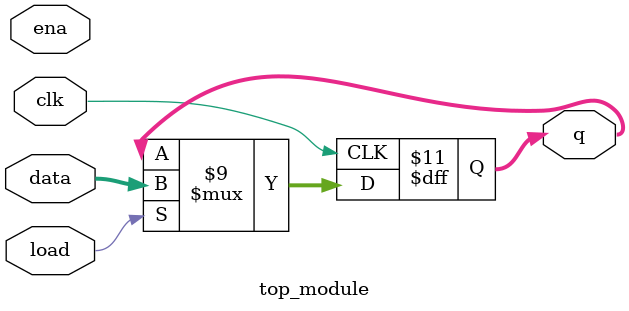
<source format=sv>
module top_module(
	input clk,
	input load,
	input [1:0] ena,
	input [99:0] data,
	output reg [99:0] q);

	always @(posedge clk)
	begin
		if (load)
			q <= data;
		else if (ena == "01")
			q <= {q[0], q[99:1]};
		else if (ena == "10")
			q <= {q[1:99], q[0]};
	end

endmodule

</source>
